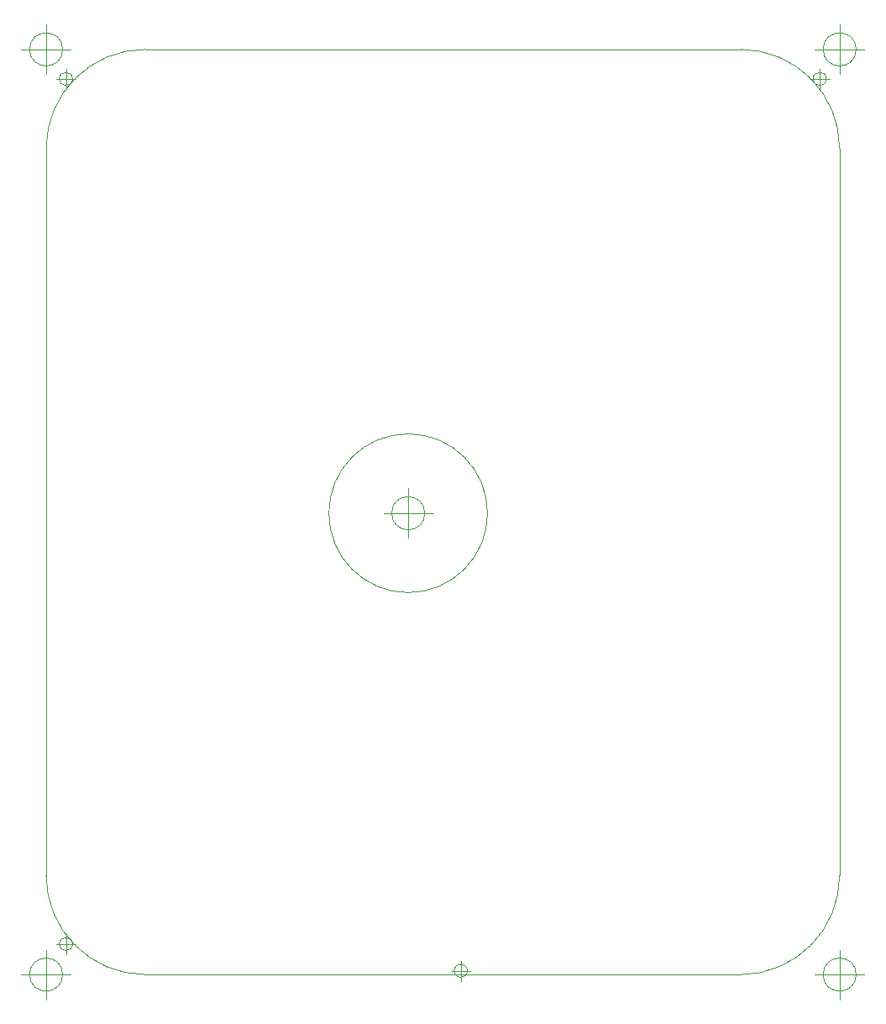
<source format=gbr>
%TF.GenerationSoftware,KiCad,Pcbnew,(6.0.1)*%
%TF.CreationDate,2022-01-21T22:27:40-06:00*%
%TF.ProjectId,Telemetry_KiCAD_Project,54656c65-6d65-4747-9279-5f4b69434144,rev?*%
%TF.SameCoordinates,Original*%
%TF.FileFunction,Profile,NP*%
%FSLAX46Y46*%
G04 Gerber Fmt 4.6, Leading zero omitted, Abs format (unit mm)*
G04 Created by KiCad (PCBNEW (6.0.1)) date 2022-01-21 22:27:40*
%MOMM*%
%LPD*%
G01*
G04 APERTURE LIST*
%TA.AperFunction,Profile*%
%ADD10C,0.050000*%
%TD*%
%TA.AperFunction,Profile*%
%ADD11C,0.100000*%
%TD*%
G04 APERTURE END LIST*
D10*
X124500000Y-98475000D02*
G75*
G03*
X124500000Y-98475000I-8000000J0D01*
G01*
D11*
X160000000Y-61719939D02*
G75*
G03*
X150040000Y-51725000I-9995000J0D01*
G01*
X80000000Y-134980061D02*
G75*
G03*
X89960000Y-144975000I9995000J0D01*
G01*
X150000000Y-144980000D02*
G75*
G03*
X160000000Y-134980000I1J9999999D01*
G01*
X150000000Y-144980000D02*
X89960000Y-144975000D01*
X89994939Y-51725000D02*
G75*
G03*
X80000000Y-61685000I0J-9995000D01*
G01*
X160000000Y-61719939D02*
X160000000Y-134980000D01*
X89994939Y-51725000D02*
X150040000Y-51725000D01*
X80000000Y-134980061D02*
X80000000Y-61685000D01*
D10*
X81666666Y-51725000D02*
G75*
G03*
X81666666Y-51725000I-1666666J0D01*
G01*
X77500000Y-51725000D02*
X82500000Y-51725000D01*
X80000000Y-49225000D02*
X80000000Y-54225000D01*
X82666666Y-54700000D02*
G75*
G03*
X82666666Y-54700000I-666666J0D01*
G01*
X81000000Y-54700000D02*
X83000000Y-54700000D01*
X82000000Y-53700000D02*
X82000000Y-55700000D01*
X158666666Y-54700000D02*
G75*
G03*
X158666666Y-54700000I-666666J0D01*
G01*
X157000000Y-54700000D02*
X159000000Y-54700000D01*
X158000000Y-53700000D02*
X158000000Y-55700000D01*
X118166666Y-98475000D02*
G75*
G03*
X118166666Y-98475000I-1666666J0D01*
G01*
X114000000Y-98475000D02*
X119000000Y-98475000D01*
X116500000Y-95975000D02*
X116500000Y-100975000D01*
X161666666Y-51725000D02*
G75*
G03*
X161666666Y-51725000I-1666666J0D01*
G01*
X157500000Y-51725000D02*
X162500000Y-51725000D01*
X160000000Y-49225000D02*
X160000000Y-54225000D01*
X81666666Y-144975000D02*
G75*
G03*
X81666666Y-144975000I-1666666J0D01*
G01*
X77500000Y-144975000D02*
X82500000Y-144975000D01*
X80000000Y-142475000D02*
X80000000Y-147475000D01*
X161666666Y-144975000D02*
G75*
G03*
X161666666Y-144975000I-1666666J0D01*
G01*
X157500000Y-144975000D02*
X162500000Y-144975000D01*
X160000000Y-142475000D02*
X160000000Y-147475000D01*
X122466666Y-144600000D02*
G75*
G03*
X122466666Y-144600000I-666666J0D01*
G01*
X120800000Y-144600000D02*
X122800000Y-144600000D01*
X121800000Y-143600000D02*
X121800000Y-145600000D01*
X82666666Y-141900000D02*
G75*
G03*
X82666666Y-141900000I-666666J0D01*
G01*
X81000000Y-141900000D02*
X83000000Y-141900000D01*
X82000000Y-140900000D02*
X82000000Y-142900000D01*
M02*

</source>
